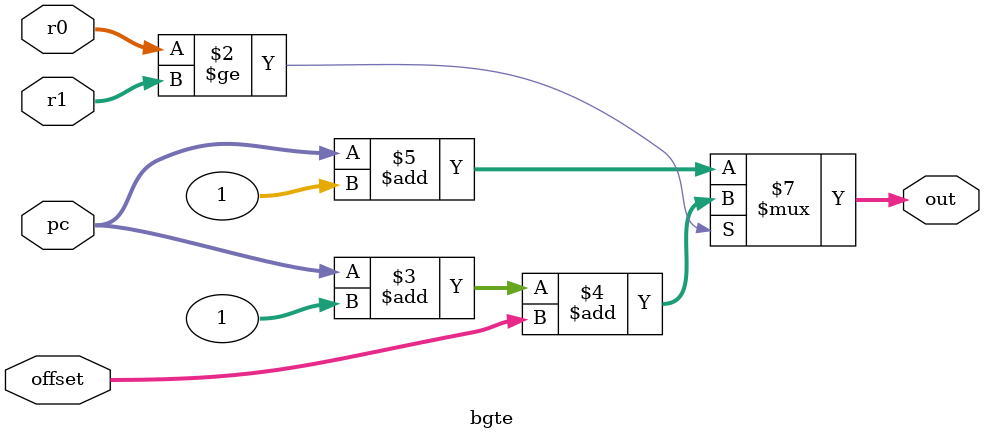
<source format=v>
module bgte(
    input [31:0] r0,
    input [31:0] r1,
    input [31:0] offset,
    input [31:0] pc,
    output reg [31:0] out
);

always @* begin
    if(r0 >= r1) begin
        out = pc + 1 + offset;
    end else begin
        out = pc + 1;
    end
end
endmodule 
</source>
